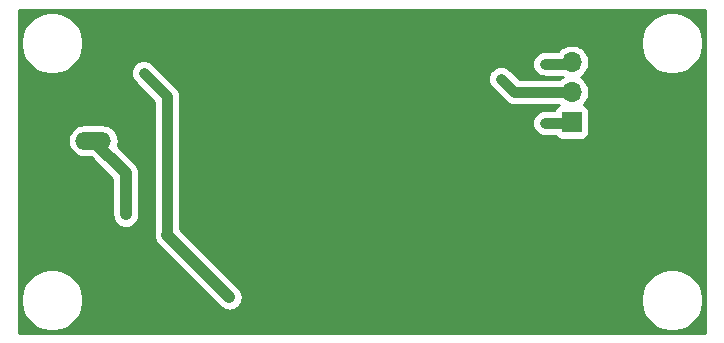
<source format=gbl>
G04 #@! TF.GenerationSoftware,KiCad,Pcbnew,(5.1.9)-1*
G04 #@! TF.CreationDate,2021-04-10T17:31:22+02:00*
G04 #@! TF.ProjectId,StralingslocatiePCB,53747261-6c69-46e6-9773-6c6f63617469,rev?*
G04 #@! TF.SameCoordinates,Original*
G04 #@! TF.FileFunction,Copper,L2,Bot*
G04 #@! TF.FilePolarity,Positive*
%FSLAX46Y46*%
G04 Gerber Fmt 4.6, Leading zero omitted, Abs format (unit mm)*
G04 Created by KiCad (PCBNEW (5.1.9)-1) date 2021-04-10 17:31:22*
%MOMM*%
%LPD*%
G01*
G04 APERTURE LIST*
G04 #@! TA.AperFunction,ComponentPad*
%ADD10C,0.400000*%
G04 #@! TD*
G04 #@! TA.AperFunction,ComponentPad*
%ADD11O,1.700000X1.700000*%
G04 #@! TD*
G04 #@! TA.AperFunction,ComponentPad*
%ADD12R,1.700000X1.700000*%
G04 #@! TD*
G04 #@! TA.AperFunction,ComponentPad*
%ADD13O,3.014980X1.506220*%
G04 #@! TD*
G04 #@! TA.AperFunction,ViaPad*
%ADD14C,0.800000*%
G04 #@! TD*
G04 #@! TA.AperFunction,Conductor*
%ADD15C,1.016000*%
G04 #@! TD*
G04 #@! TA.AperFunction,Conductor*
%ADD16C,0.900000*%
G04 #@! TD*
G04 #@! TA.AperFunction,Conductor*
%ADD17C,0.254000*%
G04 #@! TD*
G04 #@! TA.AperFunction,Conductor*
%ADD18C,0.100000*%
G04 #@! TD*
G04 APERTURE END LIST*
D10*
X143284500Y-50495000D03*
X145138700Y-50495000D03*
X146002300Y-49580600D03*
X146053100Y-47751800D03*
X144198900Y-47751800D03*
X142344700Y-47751800D03*
X142319300Y-49606000D03*
X144198900Y-49606000D03*
X143284500Y-48666200D03*
X143284500Y-46812000D03*
X145113300Y-46862800D03*
X145113300Y-48691600D03*
D11*
X163000000Y-42310000D03*
X163000000Y-44850000D03*
X163000000Y-47390000D03*
D12*
X163000000Y-49930000D03*
D13*
X122500000Y-51502480D03*
X122500000Y-54997520D03*
D14*
X125250000Y-57750000D03*
X160750000Y-50000000D03*
X134000000Y-64750000D03*
X126750000Y-45750000D03*
X160750000Y-45000000D03*
X157000000Y-46250000D03*
D15*
X125250000Y-54252480D02*
X122500000Y-51502480D01*
X125250000Y-57750000D02*
X125250000Y-54252480D01*
D16*
X162930000Y-50000000D02*
X163000000Y-49930000D01*
X160750000Y-50000000D02*
X162930000Y-50000000D01*
D15*
X128750000Y-59500000D02*
X134000000Y-64750000D01*
D16*
X128750000Y-47750000D02*
X126750000Y-45750000D01*
X128750000Y-59500000D02*
X128750000Y-47750000D01*
X162850000Y-45000000D02*
X163000000Y-44850000D01*
X160750000Y-45000000D02*
X162850000Y-45000000D01*
X158140000Y-47390000D02*
X157000000Y-46250000D01*
X163000000Y-47390000D02*
X158140000Y-47390000D01*
D17*
X174315001Y-67815000D02*
X116185000Y-67815000D01*
X116185000Y-64740475D01*
X116365000Y-64740475D01*
X116365000Y-65259525D01*
X116466261Y-65768601D01*
X116664893Y-66248141D01*
X116953262Y-66679715D01*
X117320285Y-67046738D01*
X117751859Y-67335107D01*
X118231399Y-67533739D01*
X118740475Y-67635000D01*
X119259525Y-67635000D01*
X119768601Y-67533739D01*
X120248141Y-67335107D01*
X120679715Y-67046738D01*
X121046738Y-66679715D01*
X121335107Y-66248141D01*
X121533739Y-65768601D01*
X121635000Y-65259525D01*
X121635000Y-64740475D01*
X121533739Y-64231399D01*
X121335107Y-63751859D01*
X121046738Y-63320285D01*
X120679715Y-62953262D01*
X120248141Y-62664893D01*
X119768601Y-62466261D01*
X119259525Y-62365000D01*
X118740475Y-62365000D01*
X118231399Y-62466261D01*
X117751859Y-62664893D01*
X117320285Y-62953262D01*
X116953262Y-63320285D01*
X116664893Y-63751859D01*
X116466261Y-64231399D01*
X116365000Y-64740475D01*
X116185000Y-64740475D01*
X116185000Y-51502480D01*
X120350794Y-51502480D01*
X120377595Y-51774597D01*
X120456969Y-52036257D01*
X120585865Y-52277404D01*
X120759329Y-52488771D01*
X120970696Y-52662235D01*
X121211843Y-52791131D01*
X121473503Y-52870505D01*
X121677431Y-52890590D01*
X122271665Y-52890590D01*
X124107001Y-54725928D01*
X124107000Y-57806145D01*
X124123539Y-57974066D01*
X124188897Y-58189522D01*
X124295032Y-58388088D01*
X124437867Y-58562133D01*
X124611911Y-58704968D01*
X124810477Y-58811103D01*
X125025933Y-58876461D01*
X125250000Y-58898530D01*
X125474066Y-58876461D01*
X125689522Y-58811103D01*
X125888088Y-58704968D01*
X126062133Y-58562133D01*
X126204968Y-58388089D01*
X126311103Y-58189523D01*
X126376461Y-57974067D01*
X126393000Y-57806146D01*
X126393000Y-54308618D01*
X126398529Y-54252479D01*
X126393000Y-54196340D01*
X126393000Y-54196334D01*
X126376461Y-54028413D01*
X126311103Y-53812957D01*
X126204968Y-53614391D01*
X126188723Y-53594597D01*
X126097924Y-53483957D01*
X126097918Y-53483951D01*
X126062133Y-53440347D01*
X126018528Y-53404561D01*
X124567979Y-51954013D01*
X124622405Y-51774597D01*
X124649206Y-51502480D01*
X124622405Y-51230363D01*
X124543031Y-50968703D01*
X124414135Y-50727556D01*
X124240671Y-50516189D01*
X124029304Y-50342725D01*
X123788157Y-50213829D01*
X123526497Y-50134455D01*
X123322569Y-50114370D01*
X121677431Y-50114370D01*
X121473503Y-50134455D01*
X121211843Y-50213829D01*
X120970696Y-50342725D01*
X120759329Y-50516189D01*
X120585865Y-50727556D01*
X120456969Y-50968703D01*
X120377595Y-51230363D01*
X120350794Y-51502480D01*
X116185000Y-51502480D01*
X116185000Y-42990475D01*
X116365000Y-42990475D01*
X116365000Y-43509525D01*
X116466261Y-44018601D01*
X116664893Y-44498141D01*
X116953262Y-44929715D01*
X117320285Y-45296738D01*
X117751859Y-45585107D01*
X118231399Y-45783739D01*
X118740475Y-45885000D01*
X119259525Y-45885000D01*
X119768601Y-45783739D01*
X119850054Y-45750000D01*
X125659752Y-45750000D01*
X125680700Y-45962697D01*
X125742742Y-46167220D01*
X125843492Y-46355709D01*
X125945105Y-46479526D01*
X127665001Y-48199423D01*
X127665000Y-59139257D01*
X127623539Y-59275933D01*
X127601471Y-59500000D01*
X127623539Y-59724067D01*
X127688898Y-59939523D01*
X127795033Y-60138088D01*
X127902076Y-60268521D01*
X133231478Y-65597924D01*
X133361910Y-65704967D01*
X133560476Y-65811102D01*
X133775932Y-65876461D01*
X133999999Y-65898529D01*
X134224067Y-65876461D01*
X134439523Y-65811102D01*
X134638088Y-65704967D01*
X134812133Y-65562133D01*
X134954967Y-65388088D01*
X135061102Y-65189523D01*
X135126461Y-64974067D01*
X135148529Y-64749999D01*
X135147591Y-64740475D01*
X168865000Y-64740475D01*
X168865000Y-65259525D01*
X168966261Y-65768601D01*
X169164893Y-66248141D01*
X169453262Y-66679715D01*
X169820285Y-67046738D01*
X170251859Y-67335107D01*
X170731399Y-67533739D01*
X171240475Y-67635000D01*
X171759525Y-67635000D01*
X172268601Y-67533739D01*
X172748141Y-67335107D01*
X173179715Y-67046738D01*
X173546738Y-66679715D01*
X173835107Y-66248141D01*
X174033739Y-65768601D01*
X174135000Y-65259525D01*
X174135000Y-64740475D01*
X174033739Y-64231399D01*
X173835107Y-63751859D01*
X173546738Y-63320285D01*
X173179715Y-62953262D01*
X172748141Y-62664893D01*
X172268601Y-62466261D01*
X171759525Y-62365000D01*
X171240475Y-62365000D01*
X170731399Y-62466261D01*
X170251859Y-62664893D01*
X169820285Y-62953262D01*
X169453262Y-63320285D01*
X169164893Y-63751859D01*
X168966261Y-64231399D01*
X168865000Y-64740475D01*
X135147591Y-64740475D01*
X135126461Y-64525932D01*
X135061102Y-64310476D01*
X134954967Y-64111910D01*
X134847924Y-63981478D01*
X129835000Y-58968555D01*
X129835000Y-47803285D01*
X129840248Y-47749999D01*
X129835000Y-47696713D01*
X129835000Y-47696706D01*
X129819300Y-47537303D01*
X129757259Y-47332780D01*
X129656509Y-47144290D01*
X129582358Y-47053937D01*
X129554895Y-47020473D01*
X129554891Y-47020469D01*
X129520922Y-46979078D01*
X129479531Y-46945109D01*
X128784422Y-46250000D01*
X155909752Y-46250000D01*
X155930700Y-46462697D01*
X155992742Y-46667220D01*
X156093492Y-46855709D01*
X156195105Y-46979526D01*
X157335109Y-48119531D01*
X157369078Y-48160922D01*
X157410469Y-48194891D01*
X157410473Y-48194895D01*
X157510320Y-48276838D01*
X157534290Y-48296509D01*
X157722780Y-48397259D01*
X157927303Y-48459300D01*
X158086706Y-48475000D01*
X158086716Y-48475000D01*
X158139999Y-48480248D01*
X158193282Y-48475000D01*
X161956910Y-48475000D01*
X161905820Y-48490498D01*
X161795506Y-48549463D01*
X161698815Y-48628815D01*
X161619463Y-48725506D01*
X161560498Y-48835820D01*
X161536479Y-48915000D01*
X160696706Y-48915000D01*
X160537303Y-48930700D01*
X160332780Y-48992741D01*
X160144290Y-49093491D01*
X159979078Y-49229078D01*
X159843491Y-49394290D01*
X159742741Y-49582780D01*
X159680700Y-49787303D01*
X159659751Y-50000000D01*
X159680700Y-50212697D01*
X159742741Y-50417220D01*
X159843491Y-50605710D01*
X159979078Y-50770922D01*
X160144290Y-50906509D01*
X160332780Y-51007259D01*
X160537303Y-51069300D01*
X160696706Y-51085000D01*
X161593007Y-51085000D01*
X161619463Y-51134494D01*
X161698815Y-51231185D01*
X161795506Y-51310537D01*
X161905820Y-51369502D01*
X162025518Y-51405812D01*
X162150000Y-51418072D01*
X163850000Y-51418072D01*
X163974482Y-51405812D01*
X164094180Y-51369502D01*
X164204494Y-51310537D01*
X164301185Y-51231185D01*
X164380537Y-51134494D01*
X164439502Y-51024180D01*
X164475812Y-50904482D01*
X164488072Y-50780000D01*
X164488072Y-49080000D01*
X164475812Y-48955518D01*
X164439502Y-48835820D01*
X164380537Y-48725506D01*
X164301185Y-48628815D01*
X164204494Y-48549463D01*
X164094180Y-48490498D01*
X164021620Y-48468487D01*
X164153475Y-48336632D01*
X164315990Y-48093411D01*
X164427932Y-47823158D01*
X164485000Y-47536260D01*
X164485000Y-47243740D01*
X164427932Y-46956842D01*
X164315990Y-46686589D01*
X164153475Y-46443368D01*
X163946632Y-46236525D01*
X163772240Y-46120000D01*
X163946632Y-46003475D01*
X164153475Y-45796632D01*
X164315990Y-45553411D01*
X164427932Y-45283158D01*
X164485000Y-44996260D01*
X164485000Y-44703740D01*
X164427932Y-44416842D01*
X164315990Y-44146589D01*
X164153475Y-43903368D01*
X163946632Y-43696525D01*
X163703411Y-43534010D01*
X163433158Y-43422068D01*
X163146260Y-43365000D01*
X162853740Y-43365000D01*
X162566842Y-43422068D01*
X162296589Y-43534010D01*
X162053368Y-43696525D01*
X161846525Y-43903368D01*
X161838753Y-43915000D01*
X160696706Y-43915000D01*
X160537303Y-43930700D01*
X160332780Y-43992741D01*
X160144290Y-44093491D01*
X159979078Y-44229078D01*
X159843491Y-44394290D01*
X159742741Y-44582780D01*
X159680700Y-44787303D01*
X159659751Y-45000000D01*
X159680700Y-45212697D01*
X159742741Y-45417220D01*
X159843491Y-45605710D01*
X159979078Y-45770922D01*
X160144290Y-45906509D01*
X160332780Y-46007259D01*
X160537303Y-46069300D01*
X160696706Y-46085000D01*
X162175379Y-46085000D01*
X162227760Y-46120000D01*
X162053368Y-46236525D01*
X161984893Y-46305000D01*
X158589422Y-46305000D01*
X157729526Y-45445105D01*
X157605709Y-45343492D01*
X157417220Y-45242742D01*
X157212697Y-45180700D01*
X157000000Y-45159752D01*
X156787303Y-45180700D01*
X156582780Y-45242742D01*
X156394291Y-45343492D01*
X156229078Y-45479078D01*
X156093492Y-45644291D01*
X155992742Y-45832780D01*
X155930700Y-46037303D01*
X155909752Y-46250000D01*
X128784422Y-46250000D01*
X127479526Y-44945105D01*
X127355709Y-44843492D01*
X127167220Y-44742742D01*
X126962697Y-44680700D01*
X126750000Y-44659752D01*
X126537303Y-44680700D01*
X126332780Y-44742742D01*
X126144291Y-44843492D01*
X125979078Y-44979078D01*
X125843492Y-45144291D01*
X125742742Y-45332780D01*
X125680700Y-45537303D01*
X125659752Y-45750000D01*
X119850054Y-45750000D01*
X120248141Y-45585107D01*
X120679715Y-45296738D01*
X121046738Y-44929715D01*
X121335107Y-44498141D01*
X121533739Y-44018601D01*
X121635000Y-43509525D01*
X121635000Y-42990475D01*
X168865000Y-42990475D01*
X168865000Y-43509525D01*
X168966261Y-44018601D01*
X169164893Y-44498141D01*
X169453262Y-44929715D01*
X169820285Y-45296738D01*
X170251859Y-45585107D01*
X170731399Y-45783739D01*
X171240475Y-45885000D01*
X171759525Y-45885000D01*
X172268601Y-45783739D01*
X172748141Y-45585107D01*
X173179715Y-45296738D01*
X173546738Y-44929715D01*
X173835107Y-44498141D01*
X174033739Y-44018601D01*
X174135000Y-43509525D01*
X174135000Y-42990475D01*
X174033739Y-42481399D01*
X173835107Y-42001859D01*
X173546738Y-41570285D01*
X173179715Y-41203262D01*
X172748141Y-40914893D01*
X172268601Y-40716261D01*
X171759525Y-40615000D01*
X171240475Y-40615000D01*
X170731399Y-40716261D01*
X170251859Y-40914893D01*
X169820285Y-41203262D01*
X169453262Y-41570285D01*
X169164893Y-42001859D01*
X168966261Y-42481399D01*
X168865000Y-42990475D01*
X121635000Y-42990475D01*
X121533739Y-42481399D01*
X121335107Y-42001859D01*
X121046738Y-41570285D01*
X120679715Y-41203262D01*
X120248141Y-40914893D01*
X119768601Y-40716261D01*
X119259525Y-40615000D01*
X118740475Y-40615000D01*
X118231399Y-40716261D01*
X117751859Y-40914893D01*
X117320285Y-41203262D01*
X116953262Y-41570285D01*
X116664893Y-42001859D01*
X116466261Y-42481399D01*
X116365000Y-42990475D01*
X116185000Y-42990475D01*
X116185000Y-40435000D01*
X174315000Y-40435000D01*
X174315001Y-67815000D01*
G04 #@! TA.AperFunction,Conductor*
D18*
G36*
X174315001Y-67815000D02*
G01*
X116185000Y-67815000D01*
X116185000Y-64740475D01*
X116365000Y-64740475D01*
X116365000Y-65259525D01*
X116466261Y-65768601D01*
X116664893Y-66248141D01*
X116953262Y-66679715D01*
X117320285Y-67046738D01*
X117751859Y-67335107D01*
X118231399Y-67533739D01*
X118740475Y-67635000D01*
X119259525Y-67635000D01*
X119768601Y-67533739D01*
X120248141Y-67335107D01*
X120679715Y-67046738D01*
X121046738Y-66679715D01*
X121335107Y-66248141D01*
X121533739Y-65768601D01*
X121635000Y-65259525D01*
X121635000Y-64740475D01*
X121533739Y-64231399D01*
X121335107Y-63751859D01*
X121046738Y-63320285D01*
X120679715Y-62953262D01*
X120248141Y-62664893D01*
X119768601Y-62466261D01*
X119259525Y-62365000D01*
X118740475Y-62365000D01*
X118231399Y-62466261D01*
X117751859Y-62664893D01*
X117320285Y-62953262D01*
X116953262Y-63320285D01*
X116664893Y-63751859D01*
X116466261Y-64231399D01*
X116365000Y-64740475D01*
X116185000Y-64740475D01*
X116185000Y-51502480D01*
X120350794Y-51502480D01*
X120377595Y-51774597D01*
X120456969Y-52036257D01*
X120585865Y-52277404D01*
X120759329Y-52488771D01*
X120970696Y-52662235D01*
X121211843Y-52791131D01*
X121473503Y-52870505D01*
X121677431Y-52890590D01*
X122271665Y-52890590D01*
X124107001Y-54725928D01*
X124107000Y-57806145D01*
X124123539Y-57974066D01*
X124188897Y-58189522D01*
X124295032Y-58388088D01*
X124437867Y-58562133D01*
X124611911Y-58704968D01*
X124810477Y-58811103D01*
X125025933Y-58876461D01*
X125250000Y-58898530D01*
X125474066Y-58876461D01*
X125689522Y-58811103D01*
X125888088Y-58704968D01*
X126062133Y-58562133D01*
X126204968Y-58388089D01*
X126311103Y-58189523D01*
X126376461Y-57974067D01*
X126393000Y-57806146D01*
X126393000Y-54308618D01*
X126398529Y-54252479D01*
X126393000Y-54196340D01*
X126393000Y-54196334D01*
X126376461Y-54028413D01*
X126311103Y-53812957D01*
X126204968Y-53614391D01*
X126188723Y-53594597D01*
X126097924Y-53483957D01*
X126097918Y-53483951D01*
X126062133Y-53440347D01*
X126018528Y-53404561D01*
X124567979Y-51954013D01*
X124622405Y-51774597D01*
X124649206Y-51502480D01*
X124622405Y-51230363D01*
X124543031Y-50968703D01*
X124414135Y-50727556D01*
X124240671Y-50516189D01*
X124029304Y-50342725D01*
X123788157Y-50213829D01*
X123526497Y-50134455D01*
X123322569Y-50114370D01*
X121677431Y-50114370D01*
X121473503Y-50134455D01*
X121211843Y-50213829D01*
X120970696Y-50342725D01*
X120759329Y-50516189D01*
X120585865Y-50727556D01*
X120456969Y-50968703D01*
X120377595Y-51230363D01*
X120350794Y-51502480D01*
X116185000Y-51502480D01*
X116185000Y-42990475D01*
X116365000Y-42990475D01*
X116365000Y-43509525D01*
X116466261Y-44018601D01*
X116664893Y-44498141D01*
X116953262Y-44929715D01*
X117320285Y-45296738D01*
X117751859Y-45585107D01*
X118231399Y-45783739D01*
X118740475Y-45885000D01*
X119259525Y-45885000D01*
X119768601Y-45783739D01*
X119850054Y-45750000D01*
X125659752Y-45750000D01*
X125680700Y-45962697D01*
X125742742Y-46167220D01*
X125843492Y-46355709D01*
X125945105Y-46479526D01*
X127665001Y-48199423D01*
X127665000Y-59139257D01*
X127623539Y-59275933D01*
X127601471Y-59500000D01*
X127623539Y-59724067D01*
X127688898Y-59939523D01*
X127795033Y-60138088D01*
X127902076Y-60268521D01*
X133231478Y-65597924D01*
X133361910Y-65704967D01*
X133560476Y-65811102D01*
X133775932Y-65876461D01*
X133999999Y-65898529D01*
X134224067Y-65876461D01*
X134439523Y-65811102D01*
X134638088Y-65704967D01*
X134812133Y-65562133D01*
X134954967Y-65388088D01*
X135061102Y-65189523D01*
X135126461Y-64974067D01*
X135148529Y-64749999D01*
X135147591Y-64740475D01*
X168865000Y-64740475D01*
X168865000Y-65259525D01*
X168966261Y-65768601D01*
X169164893Y-66248141D01*
X169453262Y-66679715D01*
X169820285Y-67046738D01*
X170251859Y-67335107D01*
X170731399Y-67533739D01*
X171240475Y-67635000D01*
X171759525Y-67635000D01*
X172268601Y-67533739D01*
X172748141Y-67335107D01*
X173179715Y-67046738D01*
X173546738Y-66679715D01*
X173835107Y-66248141D01*
X174033739Y-65768601D01*
X174135000Y-65259525D01*
X174135000Y-64740475D01*
X174033739Y-64231399D01*
X173835107Y-63751859D01*
X173546738Y-63320285D01*
X173179715Y-62953262D01*
X172748141Y-62664893D01*
X172268601Y-62466261D01*
X171759525Y-62365000D01*
X171240475Y-62365000D01*
X170731399Y-62466261D01*
X170251859Y-62664893D01*
X169820285Y-62953262D01*
X169453262Y-63320285D01*
X169164893Y-63751859D01*
X168966261Y-64231399D01*
X168865000Y-64740475D01*
X135147591Y-64740475D01*
X135126461Y-64525932D01*
X135061102Y-64310476D01*
X134954967Y-64111910D01*
X134847924Y-63981478D01*
X129835000Y-58968555D01*
X129835000Y-47803285D01*
X129840248Y-47749999D01*
X129835000Y-47696713D01*
X129835000Y-47696706D01*
X129819300Y-47537303D01*
X129757259Y-47332780D01*
X129656509Y-47144290D01*
X129582358Y-47053937D01*
X129554895Y-47020473D01*
X129554891Y-47020469D01*
X129520922Y-46979078D01*
X129479531Y-46945109D01*
X128784422Y-46250000D01*
X155909752Y-46250000D01*
X155930700Y-46462697D01*
X155992742Y-46667220D01*
X156093492Y-46855709D01*
X156195105Y-46979526D01*
X157335109Y-48119531D01*
X157369078Y-48160922D01*
X157410469Y-48194891D01*
X157410473Y-48194895D01*
X157510320Y-48276838D01*
X157534290Y-48296509D01*
X157722780Y-48397259D01*
X157927303Y-48459300D01*
X158086706Y-48475000D01*
X158086716Y-48475000D01*
X158139999Y-48480248D01*
X158193282Y-48475000D01*
X161956910Y-48475000D01*
X161905820Y-48490498D01*
X161795506Y-48549463D01*
X161698815Y-48628815D01*
X161619463Y-48725506D01*
X161560498Y-48835820D01*
X161536479Y-48915000D01*
X160696706Y-48915000D01*
X160537303Y-48930700D01*
X160332780Y-48992741D01*
X160144290Y-49093491D01*
X159979078Y-49229078D01*
X159843491Y-49394290D01*
X159742741Y-49582780D01*
X159680700Y-49787303D01*
X159659751Y-50000000D01*
X159680700Y-50212697D01*
X159742741Y-50417220D01*
X159843491Y-50605710D01*
X159979078Y-50770922D01*
X160144290Y-50906509D01*
X160332780Y-51007259D01*
X160537303Y-51069300D01*
X160696706Y-51085000D01*
X161593007Y-51085000D01*
X161619463Y-51134494D01*
X161698815Y-51231185D01*
X161795506Y-51310537D01*
X161905820Y-51369502D01*
X162025518Y-51405812D01*
X162150000Y-51418072D01*
X163850000Y-51418072D01*
X163974482Y-51405812D01*
X164094180Y-51369502D01*
X164204494Y-51310537D01*
X164301185Y-51231185D01*
X164380537Y-51134494D01*
X164439502Y-51024180D01*
X164475812Y-50904482D01*
X164488072Y-50780000D01*
X164488072Y-49080000D01*
X164475812Y-48955518D01*
X164439502Y-48835820D01*
X164380537Y-48725506D01*
X164301185Y-48628815D01*
X164204494Y-48549463D01*
X164094180Y-48490498D01*
X164021620Y-48468487D01*
X164153475Y-48336632D01*
X164315990Y-48093411D01*
X164427932Y-47823158D01*
X164485000Y-47536260D01*
X164485000Y-47243740D01*
X164427932Y-46956842D01*
X164315990Y-46686589D01*
X164153475Y-46443368D01*
X163946632Y-46236525D01*
X163772240Y-46120000D01*
X163946632Y-46003475D01*
X164153475Y-45796632D01*
X164315990Y-45553411D01*
X164427932Y-45283158D01*
X164485000Y-44996260D01*
X164485000Y-44703740D01*
X164427932Y-44416842D01*
X164315990Y-44146589D01*
X164153475Y-43903368D01*
X163946632Y-43696525D01*
X163703411Y-43534010D01*
X163433158Y-43422068D01*
X163146260Y-43365000D01*
X162853740Y-43365000D01*
X162566842Y-43422068D01*
X162296589Y-43534010D01*
X162053368Y-43696525D01*
X161846525Y-43903368D01*
X161838753Y-43915000D01*
X160696706Y-43915000D01*
X160537303Y-43930700D01*
X160332780Y-43992741D01*
X160144290Y-44093491D01*
X159979078Y-44229078D01*
X159843491Y-44394290D01*
X159742741Y-44582780D01*
X159680700Y-44787303D01*
X159659751Y-45000000D01*
X159680700Y-45212697D01*
X159742741Y-45417220D01*
X159843491Y-45605710D01*
X159979078Y-45770922D01*
X160144290Y-45906509D01*
X160332780Y-46007259D01*
X160537303Y-46069300D01*
X160696706Y-46085000D01*
X162175379Y-46085000D01*
X162227760Y-46120000D01*
X162053368Y-46236525D01*
X161984893Y-46305000D01*
X158589422Y-46305000D01*
X157729526Y-45445105D01*
X157605709Y-45343492D01*
X157417220Y-45242742D01*
X157212697Y-45180700D01*
X157000000Y-45159752D01*
X156787303Y-45180700D01*
X156582780Y-45242742D01*
X156394291Y-45343492D01*
X156229078Y-45479078D01*
X156093492Y-45644291D01*
X155992742Y-45832780D01*
X155930700Y-46037303D01*
X155909752Y-46250000D01*
X128784422Y-46250000D01*
X127479526Y-44945105D01*
X127355709Y-44843492D01*
X127167220Y-44742742D01*
X126962697Y-44680700D01*
X126750000Y-44659752D01*
X126537303Y-44680700D01*
X126332780Y-44742742D01*
X126144291Y-44843492D01*
X125979078Y-44979078D01*
X125843492Y-45144291D01*
X125742742Y-45332780D01*
X125680700Y-45537303D01*
X125659752Y-45750000D01*
X119850054Y-45750000D01*
X120248141Y-45585107D01*
X120679715Y-45296738D01*
X121046738Y-44929715D01*
X121335107Y-44498141D01*
X121533739Y-44018601D01*
X121635000Y-43509525D01*
X121635000Y-42990475D01*
X168865000Y-42990475D01*
X168865000Y-43509525D01*
X168966261Y-44018601D01*
X169164893Y-44498141D01*
X169453262Y-44929715D01*
X169820285Y-45296738D01*
X170251859Y-45585107D01*
X170731399Y-45783739D01*
X171240475Y-45885000D01*
X171759525Y-45885000D01*
X172268601Y-45783739D01*
X172748141Y-45585107D01*
X173179715Y-45296738D01*
X173546738Y-44929715D01*
X173835107Y-44498141D01*
X174033739Y-44018601D01*
X174135000Y-43509525D01*
X174135000Y-42990475D01*
X174033739Y-42481399D01*
X173835107Y-42001859D01*
X173546738Y-41570285D01*
X173179715Y-41203262D01*
X172748141Y-40914893D01*
X172268601Y-40716261D01*
X171759525Y-40615000D01*
X171240475Y-40615000D01*
X170731399Y-40716261D01*
X170251859Y-40914893D01*
X169820285Y-41203262D01*
X169453262Y-41570285D01*
X169164893Y-42001859D01*
X168966261Y-42481399D01*
X168865000Y-42990475D01*
X121635000Y-42990475D01*
X121533739Y-42481399D01*
X121335107Y-42001859D01*
X121046738Y-41570285D01*
X120679715Y-41203262D01*
X120248141Y-40914893D01*
X119768601Y-40716261D01*
X119259525Y-40615000D01*
X118740475Y-40615000D01*
X118231399Y-40716261D01*
X117751859Y-40914893D01*
X117320285Y-41203262D01*
X116953262Y-41570285D01*
X116664893Y-42001859D01*
X116466261Y-42481399D01*
X116365000Y-42990475D01*
X116185000Y-42990475D01*
X116185000Y-40435000D01*
X174315000Y-40435000D01*
X174315001Y-67815000D01*
G37*
G04 #@! TD.AperFunction*
M02*

</source>
